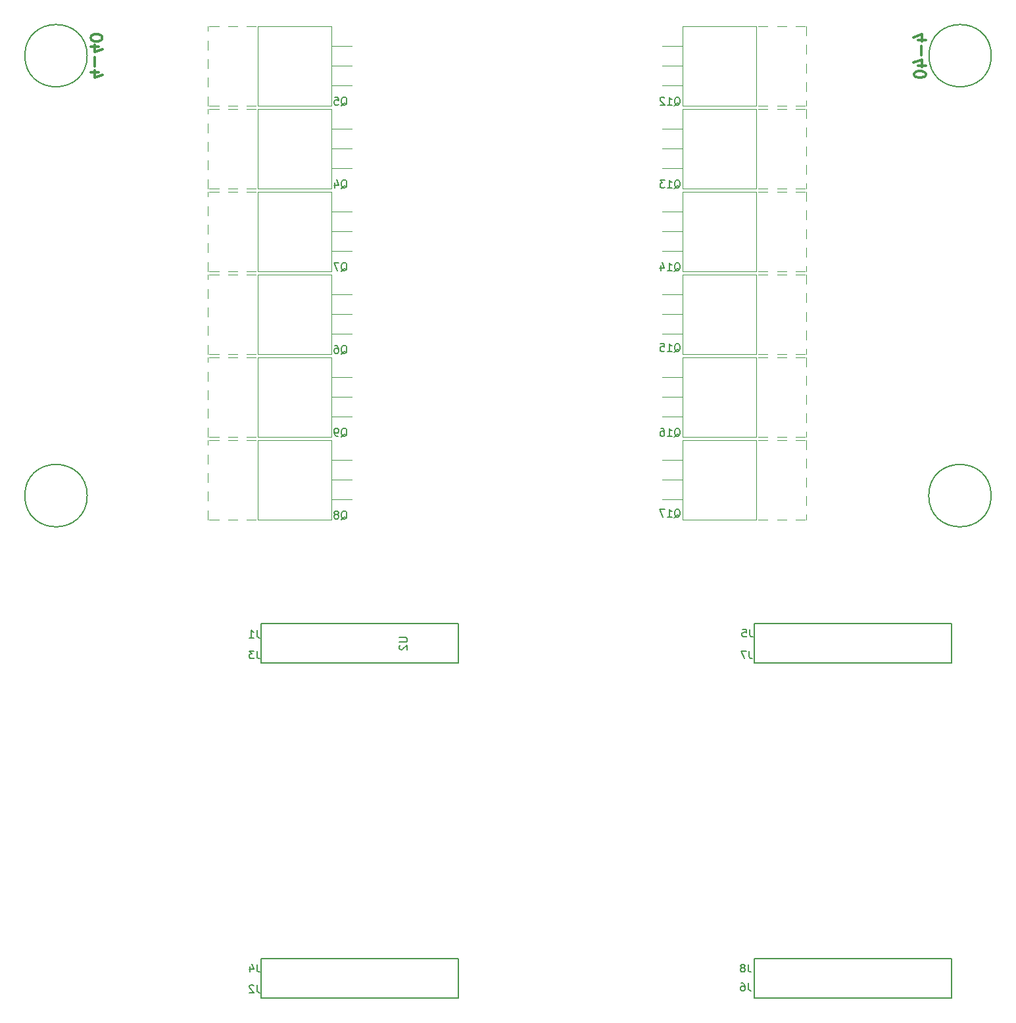
<source format=gbr>
G04 #@! TF.GenerationSoftware,KiCad,Pcbnew,(5.0.0)*
G04 #@! TF.CreationDate,2018-12-17T21:11:44-06:00*
G04 #@! TF.ProjectId,MotorController_Hardware,4D6F746F72436F6E74726F6C6C65725F,rev?*
G04 #@! TF.SameCoordinates,Original*
G04 #@! TF.FileFunction,Legend,Bot*
G04 #@! TF.FilePolarity,Positive*
%FSLAX46Y46*%
G04 Gerber Fmt 4.6, Leading zero omitted, Abs format (unit mm)*
G04 Created by KiCad (PCBNEW (5.0.0)) date 12/17/18 21:11:44*
%MOMM*%
%LPD*%
G01*
G04 APERTURE LIST*
%ADD10C,0.300000*%
%ADD11C,0.150000*%
%ADD12C,0.120000*%
G04 APERTURE END LIST*
D10*
X60011428Y36282571D02*
X59011428Y36282571D01*
X60582857Y35925428D02*
X59511428Y35568285D01*
X59511428Y36496857D01*
X59582857Y37068285D02*
X59582857Y38211142D01*
X60011428Y39568285D02*
X59011428Y39568285D01*
X60582857Y39211142D02*
X59511428Y38854000D01*
X59511428Y39782571D01*
X60511428Y40639714D02*
X60511428Y40782571D01*
X60440000Y40925428D01*
X60368571Y40996857D01*
X60225714Y41068285D01*
X59940000Y41139714D01*
X59582857Y41139714D01*
X59297142Y41068285D01*
X59154285Y40996857D01*
X59082857Y40925428D01*
X59011428Y40782571D01*
X59011428Y40639714D01*
X59082857Y40496857D01*
X59154285Y40425428D01*
X59297142Y40354000D01*
X59582857Y40282571D01*
X59940000Y40282571D01*
X60225714Y40354000D01*
X60368571Y40425428D01*
X60440000Y40496857D01*
X60511428Y40639714D01*
X165540571Y40425428D02*
X166540571Y40425428D01*
X164969142Y40782571D02*
X166040571Y41139714D01*
X166040571Y40211142D01*
X165969142Y39639714D02*
X165969142Y38496857D01*
X165540571Y37139714D02*
X166540571Y37139714D01*
X164969142Y37496857D02*
X166040571Y37854000D01*
X166040571Y36925428D01*
X165040571Y36068285D02*
X165040571Y35925428D01*
X165112000Y35782571D01*
X165183428Y35711142D01*
X165326285Y35639714D01*
X165612000Y35568285D01*
X165969142Y35568285D01*
X166254857Y35639714D01*
X166397714Y35711142D01*
X166469142Y35782571D01*
X166540571Y35925428D01*
X166540571Y36068285D01*
X166469142Y36211142D01*
X166397714Y36282571D01*
X166254857Y36354000D01*
X165969142Y36425428D01*
X165612000Y36425428D01*
X165326285Y36354000D01*
X165183428Y36282571D01*
X165112000Y36211142D01*
X165040571Y36068285D01*
D11*
G04 #@! TO.C,REF\002A\002A*
X58577483Y-18288000D02*
G75*
G03X58577483Y-18288000I-4018283J0D01*
G01*
G04 #@! TO.C,U3*
X106400600Y-83032600D02*
X106400600Y-77952600D01*
X81000600Y-83032600D02*
X106400600Y-83032600D01*
X81000600Y-77952600D02*
X81000600Y-83032600D01*
X106400600Y-34772600D02*
X81000600Y-34772600D01*
X106400600Y-39852600D02*
X106400600Y-34772600D01*
X81000600Y-34772600D02*
X81000600Y-39852600D01*
X106400600Y-77952600D02*
X81000600Y-77952600D01*
X81000600Y-39852600D02*
X106400600Y-39852600D01*
X169900600Y-77952600D02*
X144500600Y-77952600D01*
X169900600Y-83032600D02*
X169900600Y-77952600D01*
X144500600Y-83032600D02*
X169900600Y-83032600D01*
X144500600Y-77952600D02*
X144500600Y-83032600D01*
X169900600Y-34772600D02*
X144500600Y-34772600D01*
X169900600Y-39852600D02*
X169900600Y-34772600D01*
X144500600Y-39852600D02*
X169900600Y-39852600D01*
X144500600Y-34772600D02*
X144500600Y-39852600D01*
G04 #@! TO.C,REF\002A\002A*
X58572400Y38404800D02*
G75*
G03X58572400Y38404800I-4013200J0D01*
G01*
D12*
G04 #@! TO.C,Q6*
X92660000Y7620000D02*
X90036000Y7620000D01*
X92660000Y5080000D02*
X90036000Y5080000D01*
X92676000Y2540000D02*
X90036000Y2540000D01*
X75506000Y10200000D02*
X74306000Y10200000D01*
X77906000Y10200000D02*
X76706000Y10200000D01*
X80306000Y10200000D02*
X79106000Y10200000D01*
X75506000Y-40000D02*
X74306000Y-40000D01*
X77906000Y-40000D02*
X76706000Y-40000D01*
X80306000Y-40000D02*
X79106000Y-40000D01*
X74146000Y9560000D02*
X74146000Y10200000D01*
X74146000Y7160000D02*
X74146000Y8360000D01*
X74146000Y4760000D02*
X74146000Y5960000D01*
X74146000Y2359000D02*
X74146000Y3560000D01*
X74146000Y-40000D02*
X74146000Y1160000D01*
X90036000Y10200000D02*
X80546000Y10200000D01*
X90036000Y-40000D02*
X80546000Y-40000D01*
X80546000Y-40000D02*
X80546000Y10200000D01*
X90036000Y-40000D02*
X90036000Y10200000D01*
G04 #@! TO.C,Q14*
X135262000Y20868000D02*
X135262000Y10628000D01*
X144752000Y20868000D02*
X144752000Y10628000D01*
X135262000Y20868000D02*
X144752000Y20868000D01*
X135262000Y10628000D02*
X144752000Y10628000D01*
X151152000Y20868000D02*
X151152000Y19668000D01*
X151152000Y18469000D02*
X151152000Y17268000D01*
X151152000Y16068000D02*
X151152000Y14868000D01*
X151152000Y13668000D02*
X151152000Y12468000D01*
X151152000Y11268000D02*
X151152000Y10628000D01*
X144992000Y20868000D02*
X146192000Y20868000D01*
X147392000Y20868000D02*
X148592000Y20868000D01*
X149792000Y20868000D02*
X150992000Y20868000D01*
X144992000Y10628000D02*
X146192000Y10628000D01*
X147392000Y10628000D02*
X148592000Y10628000D01*
X149792000Y10628000D02*
X150992000Y10628000D01*
X132622000Y18288000D02*
X135262000Y18288000D01*
X132638000Y15748000D02*
X135262000Y15748000D01*
X132638000Y13208000D02*
X135262000Y13208000D01*
G04 #@! TO.C,Q7*
X90036000Y10628000D02*
X90036000Y20868000D01*
X80546000Y10628000D02*
X80546000Y20868000D01*
X90036000Y10628000D02*
X80546000Y10628000D01*
X90036000Y20868000D02*
X80546000Y20868000D01*
X74146000Y10628000D02*
X74146000Y11828000D01*
X74146000Y13027000D02*
X74146000Y14228000D01*
X74146000Y15428000D02*
X74146000Y16628000D01*
X74146000Y17828000D02*
X74146000Y19028000D01*
X74146000Y20228000D02*
X74146000Y20868000D01*
X80306000Y10628000D02*
X79106000Y10628000D01*
X77906000Y10628000D02*
X76706000Y10628000D01*
X75506000Y10628000D02*
X74306000Y10628000D01*
X80306000Y20868000D02*
X79106000Y20868000D01*
X77906000Y20868000D02*
X76706000Y20868000D01*
X75506000Y20868000D02*
X74306000Y20868000D01*
X92676000Y13208000D02*
X90036000Y13208000D01*
X92660000Y15748000D02*
X90036000Y15748000D01*
X92660000Y18288000D02*
X90036000Y18288000D01*
G04 #@! TO.C,Q8*
X92660000Y-13716000D02*
X90036000Y-13716000D01*
X92660000Y-16256000D02*
X90036000Y-16256000D01*
X92676000Y-18796000D02*
X90036000Y-18796000D01*
X75506000Y-11136000D02*
X74306000Y-11136000D01*
X77906000Y-11136000D02*
X76706000Y-11136000D01*
X80306000Y-11136000D02*
X79106000Y-11136000D01*
X75506000Y-21376000D02*
X74306000Y-21376000D01*
X77906000Y-21376000D02*
X76706000Y-21376000D01*
X80306000Y-21376000D02*
X79106000Y-21376000D01*
X74146000Y-11776000D02*
X74146000Y-11136000D01*
X74146000Y-14176000D02*
X74146000Y-12976000D01*
X74146000Y-16576000D02*
X74146000Y-15376000D01*
X74146000Y-18977000D02*
X74146000Y-17776000D01*
X74146000Y-21376000D02*
X74146000Y-20176000D01*
X90036000Y-11136000D02*
X80546000Y-11136000D01*
X90036000Y-21376000D02*
X80546000Y-21376000D01*
X80546000Y-21376000D02*
X80546000Y-11136000D01*
X90036000Y-21376000D02*
X90036000Y-11136000D01*
G04 #@! TO.C,Q12*
X132638000Y34544000D02*
X135262000Y34544000D01*
X132638000Y37084000D02*
X135262000Y37084000D01*
X132622000Y39624000D02*
X135262000Y39624000D01*
X149792000Y31964000D02*
X150992000Y31964000D01*
X147392000Y31964000D02*
X148592000Y31964000D01*
X144992000Y31964000D02*
X146192000Y31964000D01*
X149792000Y42204000D02*
X150992000Y42204000D01*
X147392000Y42204000D02*
X148592000Y42204000D01*
X144992000Y42204000D02*
X146192000Y42204000D01*
X151152000Y32604000D02*
X151152000Y31964000D01*
X151152000Y35004000D02*
X151152000Y33804000D01*
X151152000Y37404000D02*
X151152000Y36204000D01*
X151152000Y39805000D02*
X151152000Y38604000D01*
X151152000Y42204000D02*
X151152000Y41004000D01*
X135262000Y31964000D02*
X144752000Y31964000D01*
X135262000Y42204000D02*
X144752000Y42204000D01*
X144752000Y42204000D02*
X144752000Y31964000D01*
X135262000Y42204000D02*
X135262000Y31964000D01*
G04 #@! TO.C,Q9*
X90036000Y-10708000D02*
X90036000Y-468000D01*
X80546000Y-10708000D02*
X80546000Y-468000D01*
X90036000Y-10708000D02*
X80546000Y-10708000D01*
X90036000Y-468000D02*
X80546000Y-468000D01*
X74146000Y-10708000D02*
X74146000Y-9508000D01*
X74146000Y-8309000D02*
X74146000Y-7108000D01*
X74146000Y-5908000D02*
X74146000Y-4708000D01*
X74146000Y-3508000D02*
X74146000Y-2308000D01*
X74146000Y-1108000D02*
X74146000Y-468000D01*
X80306000Y-10708000D02*
X79106000Y-10708000D01*
X77906000Y-10708000D02*
X76706000Y-10708000D01*
X75506000Y-10708000D02*
X74306000Y-10708000D01*
X80306000Y-468000D02*
X79106000Y-468000D01*
X77906000Y-468000D02*
X76706000Y-468000D01*
X75506000Y-468000D02*
X74306000Y-468000D01*
X92676000Y-8128000D02*
X90036000Y-8128000D01*
X92660000Y-5588000D02*
X90036000Y-5588000D01*
X92660000Y-3048000D02*
X90036000Y-3048000D01*
G04 #@! TO.C,Q5*
X92660000Y39624000D02*
X90036000Y39624000D01*
X92660000Y37084000D02*
X90036000Y37084000D01*
X92676000Y34544000D02*
X90036000Y34544000D01*
X75506000Y42204000D02*
X74306000Y42204000D01*
X77906000Y42204000D02*
X76706000Y42204000D01*
X80306000Y42204000D02*
X79106000Y42204000D01*
X75506000Y31964000D02*
X74306000Y31964000D01*
X77906000Y31964000D02*
X76706000Y31964000D01*
X80306000Y31964000D02*
X79106000Y31964000D01*
X74146000Y41564000D02*
X74146000Y42204000D01*
X74146000Y39164000D02*
X74146000Y40364000D01*
X74146000Y36764000D02*
X74146000Y37964000D01*
X74146000Y34363000D02*
X74146000Y35564000D01*
X74146000Y31964000D02*
X74146000Y33164000D01*
X90036000Y42204000D02*
X80546000Y42204000D01*
X90036000Y31964000D02*
X80546000Y31964000D01*
X80546000Y31964000D02*
X80546000Y42204000D01*
X90036000Y31964000D02*
X90036000Y42204000D01*
G04 #@! TO.C,Q4*
X90036000Y21296000D02*
X90036000Y31536000D01*
X80546000Y21296000D02*
X80546000Y31536000D01*
X90036000Y21296000D02*
X80546000Y21296000D01*
X90036000Y31536000D02*
X80546000Y31536000D01*
X74146000Y21296000D02*
X74146000Y22496000D01*
X74146000Y23695000D02*
X74146000Y24896000D01*
X74146000Y26096000D02*
X74146000Y27296000D01*
X74146000Y28496000D02*
X74146000Y29696000D01*
X74146000Y30896000D02*
X74146000Y31536000D01*
X80306000Y21296000D02*
X79106000Y21296000D01*
X77906000Y21296000D02*
X76706000Y21296000D01*
X75506000Y21296000D02*
X74306000Y21296000D01*
X80306000Y31536000D02*
X79106000Y31536000D01*
X77906000Y31536000D02*
X76706000Y31536000D01*
X75506000Y31536000D02*
X74306000Y31536000D01*
X92676000Y23876000D02*
X90036000Y23876000D01*
X92660000Y26416000D02*
X90036000Y26416000D01*
X92660000Y28956000D02*
X90036000Y28956000D01*
G04 #@! TO.C,Q13*
X132638000Y23876000D02*
X135262000Y23876000D01*
X132638000Y26416000D02*
X135262000Y26416000D01*
X132622000Y28956000D02*
X135262000Y28956000D01*
X149792000Y21296000D02*
X150992000Y21296000D01*
X147392000Y21296000D02*
X148592000Y21296000D01*
X144992000Y21296000D02*
X146192000Y21296000D01*
X149792000Y31536000D02*
X150992000Y31536000D01*
X147392000Y31536000D02*
X148592000Y31536000D01*
X144992000Y31536000D02*
X146192000Y31536000D01*
X151152000Y21936000D02*
X151152000Y21296000D01*
X151152000Y24336000D02*
X151152000Y23136000D01*
X151152000Y26736000D02*
X151152000Y25536000D01*
X151152000Y29137000D02*
X151152000Y27936000D01*
X151152000Y31536000D02*
X151152000Y30336000D01*
X135262000Y21296000D02*
X144752000Y21296000D01*
X135262000Y31536000D02*
X144752000Y31536000D01*
X144752000Y31536000D02*
X144752000Y21296000D01*
X135262000Y31536000D02*
X135262000Y21296000D01*
G04 #@! TO.C,Q15*
X135262000Y10200000D02*
X135262000Y-40000D01*
X144752000Y10200000D02*
X144752000Y-40000D01*
X135262000Y10200000D02*
X144752000Y10200000D01*
X135262000Y-40000D02*
X144752000Y-40000D01*
X151152000Y10200000D02*
X151152000Y9000000D01*
X151152000Y7801000D02*
X151152000Y6600000D01*
X151152000Y5400000D02*
X151152000Y4200000D01*
X151152000Y3000000D02*
X151152000Y1800000D01*
X151152000Y600000D02*
X151152000Y-40000D01*
X144992000Y10200000D02*
X146192000Y10200000D01*
X147392000Y10200000D02*
X148592000Y10200000D01*
X149792000Y10200000D02*
X150992000Y10200000D01*
X144992000Y-40000D02*
X146192000Y-40000D01*
X147392000Y-40000D02*
X148592000Y-40000D01*
X149792000Y-40000D02*
X150992000Y-40000D01*
X132622000Y7620000D02*
X135262000Y7620000D01*
X132638000Y5080000D02*
X135262000Y5080000D01*
X132638000Y2540000D02*
X135262000Y2540000D01*
G04 #@! TO.C,Q16*
X132638000Y-8128000D02*
X135262000Y-8128000D01*
X132638000Y-5588000D02*
X135262000Y-5588000D01*
X132622000Y-3048000D02*
X135262000Y-3048000D01*
X149792000Y-10708000D02*
X150992000Y-10708000D01*
X147392000Y-10708000D02*
X148592000Y-10708000D01*
X144992000Y-10708000D02*
X146192000Y-10708000D01*
X149792000Y-468000D02*
X150992000Y-468000D01*
X147392000Y-468000D02*
X148592000Y-468000D01*
X144992000Y-468000D02*
X146192000Y-468000D01*
X151152000Y-10068000D02*
X151152000Y-10708000D01*
X151152000Y-7668000D02*
X151152000Y-8868000D01*
X151152000Y-5268000D02*
X151152000Y-6468000D01*
X151152000Y-2867000D02*
X151152000Y-4068000D01*
X151152000Y-468000D02*
X151152000Y-1668000D01*
X135262000Y-10708000D02*
X144752000Y-10708000D01*
X135262000Y-468000D02*
X144752000Y-468000D01*
X144752000Y-468000D02*
X144752000Y-10708000D01*
X135262000Y-468000D02*
X135262000Y-10708000D01*
G04 #@! TO.C,Q17*
X135262000Y-11136000D02*
X135262000Y-21376000D01*
X144752000Y-11136000D02*
X144752000Y-21376000D01*
X135262000Y-11136000D02*
X144752000Y-11136000D01*
X135262000Y-21376000D02*
X144752000Y-21376000D01*
X151152000Y-11136000D02*
X151152000Y-12336000D01*
X151152000Y-13535000D02*
X151152000Y-14736000D01*
X151152000Y-15936000D02*
X151152000Y-17136000D01*
X151152000Y-18336000D02*
X151152000Y-19536000D01*
X151152000Y-20736000D02*
X151152000Y-21376000D01*
X144992000Y-11136000D02*
X146192000Y-11136000D01*
X147392000Y-11136000D02*
X148592000Y-11136000D01*
X149792000Y-11136000D02*
X150992000Y-11136000D01*
X144992000Y-21376000D02*
X146192000Y-21376000D01*
X147392000Y-21376000D02*
X148592000Y-21376000D01*
X149792000Y-21376000D02*
X150992000Y-21376000D01*
X132622000Y-13716000D02*
X135262000Y-13716000D01*
X132638000Y-16256000D02*
X135262000Y-16256000D01*
X132638000Y-18796000D02*
X135262000Y-18796000D01*
D11*
G04 #@! TO.C,REF\002A\002A*
X174980600Y38404800D02*
G75*
G03X174980600Y38404800I-4013200J0D01*
G01*
X174960283Y-18288000D02*
G75*
G03X174960283Y-18288000I-4018283J0D01*
G01*
G04 #@! TO.C,U3*
X80444933Y-35621980D02*
X80444933Y-36336266D01*
X80492552Y-36479123D01*
X80587790Y-36574361D01*
X80730647Y-36621980D01*
X80825885Y-36621980D01*
X79444933Y-36621980D02*
X80016361Y-36621980D01*
X79730647Y-36621980D02*
X79730647Y-35621980D01*
X79825885Y-35764838D01*
X79921123Y-35860076D01*
X80016361Y-35907695D01*
X80444933Y-38288980D02*
X80444933Y-39003266D01*
X80492552Y-39146123D01*
X80587790Y-39241361D01*
X80730647Y-39288980D01*
X80825885Y-39288980D01*
X80063980Y-38288980D02*
X79444933Y-38288980D01*
X79778266Y-38669933D01*
X79635409Y-38669933D01*
X79540171Y-38717552D01*
X79492552Y-38765171D01*
X79444933Y-38860409D01*
X79444933Y-39098504D01*
X79492552Y-39193742D01*
X79540171Y-39241361D01*
X79635409Y-39288980D01*
X79921123Y-39288980D01*
X80016361Y-39241361D01*
X80063980Y-39193742D01*
X143894133Y-35494980D02*
X143894133Y-36209266D01*
X143941752Y-36352123D01*
X144036990Y-36447361D01*
X144179847Y-36494980D01*
X144275085Y-36494980D01*
X142941752Y-35494980D02*
X143417942Y-35494980D01*
X143465561Y-35971171D01*
X143417942Y-35923552D01*
X143322704Y-35875933D01*
X143084609Y-35875933D01*
X142989371Y-35923552D01*
X142941752Y-35971171D01*
X142894133Y-36066409D01*
X142894133Y-36304504D01*
X142941752Y-36399742D01*
X142989371Y-36447361D01*
X143084609Y-36494980D01*
X143322704Y-36494980D01*
X143417942Y-36447361D01*
X143465561Y-36399742D01*
X143817933Y-38288980D02*
X143817933Y-39003266D01*
X143865552Y-39146123D01*
X143960790Y-39241361D01*
X144103647Y-39288980D01*
X144198885Y-39288980D01*
X143436980Y-38288980D02*
X142770314Y-38288980D01*
X143198885Y-39288980D01*
X80444933Y-81341980D02*
X80444933Y-82056266D01*
X80492552Y-82199123D01*
X80587790Y-82294361D01*
X80730647Y-82341980D01*
X80825885Y-82341980D01*
X80016361Y-81437219D02*
X79968742Y-81389600D01*
X79873504Y-81341980D01*
X79635409Y-81341980D01*
X79540171Y-81389600D01*
X79492552Y-81437219D01*
X79444933Y-81532457D01*
X79444933Y-81627695D01*
X79492552Y-81770552D01*
X80063980Y-82341980D01*
X79444933Y-82341980D01*
X80444933Y-78674980D02*
X80444933Y-79389266D01*
X80492552Y-79532123D01*
X80587790Y-79627361D01*
X80730647Y-79674980D01*
X80825885Y-79674980D01*
X79540171Y-79008314D02*
X79540171Y-79674980D01*
X79778266Y-78627361D02*
X80016361Y-79341647D01*
X79397314Y-79341647D01*
X143690933Y-81087980D02*
X143690933Y-81802266D01*
X143738552Y-81945123D01*
X143833790Y-82040361D01*
X143976647Y-82087980D01*
X144071885Y-82087980D01*
X142786171Y-81087980D02*
X142976647Y-81087980D01*
X143071885Y-81135600D01*
X143119504Y-81183219D01*
X143214742Y-81326076D01*
X143262361Y-81516552D01*
X143262361Y-81897504D01*
X143214742Y-81992742D01*
X143167123Y-82040361D01*
X143071885Y-82087980D01*
X142881409Y-82087980D01*
X142786171Y-82040361D01*
X142738552Y-81992742D01*
X142690933Y-81897504D01*
X142690933Y-81659409D01*
X142738552Y-81564171D01*
X142786171Y-81516552D01*
X142881409Y-81468933D01*
X143071885Y-81468933D01*
X143167123Y-81516552D01*
X143214742Y-81564171D01*
X143262361Y-81659409D01*
X143690933Y-78674980D02*
X143690933Y-79389266D01*
X143738552Y-79532123D01*
X143833790Y-79627361D01*
X143976647Y-79674980D01*
X144071885Y-79674980D01*
X143071885Y-79103552D02*
X143167123Y-79055933D01*
X143214742Y-79008314D01*
X143262361Y-78913076D01*
X143262361Y-78865457D01*
X143214742Y-78770219D01*
X143167123Y-78722600D01*
X143071885Y-78674980D01*
X142881409Y-78674980D01*
X142786171Y-78722600D01*
X142738552Y-78770219D01*
X142690933Y-78865457D01*
X142690933Y-78913076D01*
X142738552Y-79008314D01*
X142786171Y-79055933D01*
X142881409Y-79103552D01*
X143071885Y-79103552D01*
X143167123Y-79151171D01*
X143214742Y-79198790D01*
X143262361Y-79294028D01*
X143262361Y-79484504D01*
X143214742Y-79579742D01*
X143167123Y-79627361D01*
X143071885Y-79674980D01*
X142881409Y-79674980D01*
X142786171Y-79627361D01*
X142738552Y-79579742D01*
X142690933Y-79484504D01*
X142690933Y-79294028D01*
X142738552Y-79198790D01*
X142786171Y-79151171D01*
X142881409Y-79103552D01*
G04 #@! TO.C,Q6*
X91281238Y-39619D02*
X91376476Y8000D01*
X91471714Y103238D01*
X91614571Y246095D01*
X91709809Y293714D01*
X91805047Y293714D01*
X91757428Y55619D02*
X91852666Y103238D01*
X91947904Y198476D01*
X91995523Y388952D01*
X91995523Y722285D01*
X91947904Y912761D01*
X91852666Y1008000D01*
X91757428Y1055619D01*
X91566952Y1055619D01*
X91471714Y1008000D01*
X91376476Y912761D01*
X91328857Y722285D01*
X91328857Y388952D01*
X91376476Y198476D01*
X91471714Y103238D01*
X91566952Y55619D01*
X91757428Y55619D01*
X90471714Y1055619D02*
X90662190Y1055619D01*
X90757428Y1008000D01*
X90805047Y960380D01*
X90900285Y817523D01*
X90947904Y627047D01*
X90947904Y246095D01*
X90900285Y150857D01*
X90852666Y103238D01*
X90757428Y55619D01*
X90566952Y55619D01*
X90471714Y103238D01*
X90424095Y150857D01*
X90376476Y246095D01*
X90376476Y484190D01*
X90424095Y579428D01*
X90471714Y627047D01*
X90566952Y674666D01*
X90757428Y674666D01*
X90852666Y627047D01*
X90900285Y579428D01*
X90947904Y484190D01*
G04 #@! TO.C,Q14*
X134175428Y10628380D02*
X134270666Y10676000D01*
X134365904Y10771238D01*
X134508761Y10914095D01*
X134604000Y10961714D01*
X134699238Y10961714D01*
X134651619Y10723619D02*
X134746857Y10771238D01*
X134842095Y10866476D01*
X134889714Y11056952D01*
X134889714Y11390285D01*
X134842095Y11580761D01*
X134746857Y11676000D01*
X134651619Y11723619D01*
X134461142Y11723619D01*
X134365904Y11676000D01*
X134270666Y11580761D01*
X134223047Y11390285D01*
X134223047Y11056952D01*
X134270666Y10866476D01*
X134365904Y10771238D01*
X134461142Y10723619D01*
X134651619Y10723619D01*
X133270666Y10723619D02*
X133842095Y10723619D01*
X133556380Y10723619D02*
X133556380Y11723619D01*
X133651619Y11580761D01*
X133746857Y11485523D01*
X133842095Y11437904D01*
X132413523Y11390285D02*
X132413523Y10723619D01*
X132651619Y11771238D02*
X132889714Y11056952D01*
X132270666Y11056952D01*
G04 #@! TO.C,Q7*
X91281238Y10628380D02*
X91376476Y10676000D01*
X91471714Y10771238D01*
X91614571Y10914095D01*
X91709809Y10961714D01*
X91805047Y10961714D01*
X91757428Y10723619D02*
X91852666Y10771238D01*
X91947904Y10866476D01*
X91995523Y11056952D01*
X91995523Y11390285D01*
X91947904Y11580761D01*
X91852666Y11676000D01*
X91757428Y11723619D01*
X91566952Y11723619D01*
X91471714Y11676000D01*
X91376476Y11580761D01*
X91328857Y11390285D01*
X91328857Y11056952D01*
X91376476Y10866476D01*
X91471714Y10771238D01*
X91566952Y10723619D01*
X91757428Y10723619D01*
X90995523Y11723619D02*
X90328857Y11723619D01*
X90757428Y10723619D01*
G04 #@! TO.C,Q8*
X91281238Y-21375619D02*
X91376476Y-21328000D01*
X91471714Y-21232761D01*
X91614571Y-21089904D01*
X91709809Y-21042285D01*
X91805047Y-21042285D01*
X91757428Y-21280380D02*
X91852666Y-21232761D01*
X91947904Y-21137523D01*
X91995523Y-20947047D01*
X91995523Y-20613714D01*
X91947904Y-20423238D01*
X91852666Y-20328000D01*
X91757428Y-20280380D01*
X91566952Y-20280380D01*
X91471714Y-20328000D01*
X91376476Y-20423238D01*
X91328857Y-20613714D01*
X91328857Y-20947047D01*
X91376476Y-21137523D01*
X91471714Y-21232761D01*
X91566952Y-21280380D01*
X91757428Y-21280380D01*
X90757428Y-20708952D02*
X90852666Y-20661333D01*
X90900285Y-20613714D01*
X90947904Y-20518476D01*
X90947904Y-20470857D01*
X90900285Y-20375619D01*
X90852666Y-20328000D01*
X90757428Y-20280380D01*
X90566952Y-20280380D01*
X90471714Y-20328000D01*
X90424095Y-20375619D01*
X90376476Y-20470857D01*
X90376476Y-20518476D01*
X90424095Y-20613714D01*
X90471714Y-20661333D01*
X90566952Y-20708952D01*
X90757428Y-20708952D01*
X90852666Y-20756571D01*
X90900285Y-20804190D01*
X90947904Y-20899428D01*
X90947904Y-21089904D01*
X90900285Y-21185142D01*
X90852666Y-21232761D01*
X90757428Y-21280380D01*
X90566952Y-21280380D01*
X90471714Y-21232761D01*
X90424095Y-21185142D01*
X90376476Y-21089904D01*
X90376476Y-20899428D01*
X90424095Y-20804190D01*
X90471714Y-20756571D01*
X90566952Y-20708952D01*
G04 #@! TO.C,Q12*
X134175428Y31964380D02*
X134270666Y32012000D01*
X134365904Y32107238D01*
X134508761Y32250095D01*
X134604000Y32297714D01*
X134699238Y32297714D01*
X134651619Y32059619D02*
X134746857Y32107238D01*
X134842095Y32202476D01*
X134889714Y32392952D01*
X134889714Y32726285D01*
X134842095Y32916761D01*
X134746857Y33012000D01*
X134651619Y33059619D01*
X134461142Y33059619D01*
X134365904Y33012000D01*
X134270666Y32916761D01*
X134223047Y32726285D01*
X134223047Y32392952D01*
X134270666Y32202476D01*
X134365904Y32107238D01*
X134461142Y32059619D01*
X134651619Y32059619D01*
X133270666Y32059619D02*
X133842095Y32059619D01*
X133556380Y32059619D02*
X133556380Y33059619D01*
X133651619Y32916761D01*
X133746857Y32821523D01*
X133842095Y32773904D01*
X132889714Y32964380D02*
X132842095Y33012000D01*
X132746857Y33059619D01*
X132508761Y33059619D01*
X132413523Y33012000D01*
X132365904Y32964380D01*
X132318285Y32869142D01*
X132318285Y32773904D01*
X132365904Y32631047D01*
X132937333Y32059619D01*
X132318285Y32059619D01*
G04 #@! TO.C,Q9*
X91281238Y-10707619D02*
X91376476Y-10660000D01*
X91471714Y-10564761D01*
X91614571Y-10421904D01*
X91709809Y-10374285D01*
X91805047Y-10374285D01*
X91757428Y-10612380D02*
X91852666Y-10564761D01*
X91947904Y-10469523D01*
X91995523Y-10279047D01*
X91995523Y-9945714D01*
X91947904Y-9755238D01*
X91852666Y-9660000D01*
X91757428Y-9612380D01*
X91566952Y-9612380D01*
X91471714Y-9660000D01*
X91376476Y-9755238D01*
X91328857Y-9945714D01*
X91328857Y-10279047D01*
X91376476Y-10469523D01*
X91471714Y-10564761D01*
X91566952Y-10612380D01*
X91757428Y-10612380D01*
X90852666Y-10612380D02*
X90662190Y-10612380D01*
X90566952Y-10564761D01*
X90519333Y-10517142D01*
X90424095Y-10374285D01*
X90376476Y-10183809D01*
X90376476Y-9802857D01*
X90424095Y-9707619D01*
X90471714Y-9660000D01*
X90566952Y-9612380D01*
X90757428Y-9612380D01*
X90852666Y-9660000D01*
X90900285Y-9707619D01*
X90947904Y-9802857D01*
X90947904Y-10040952D01*
X90900285Y-10136190D01*
X90852666Y-10183809D01*
X90757428Y-10231428D01*
X90566952Y-10231428D01*
X90471714Y-10183809D01*
X90424095Y-10136190D01*
X90376476Y-10040952D01*
G04 #@! TO.C,Q5*
X91281238Y31964380D02*
X91376476Y32012000D01*
X91471714Y32107238D01*
X91614571Y32250095D01*
X91709809Y32297714D01*
X91805047Y32297714D01*
X91757428Y32059619D02*
X91852666Y32107238D01*
X91947904Y32202476D01*
X91995523Y32392952D01*
X91995523Y32726285D01*
X91947904Y32916761D01*
X91852666Y33012000D01*
X91757428Y33059619D01*
X91566952Y33059619D01*
X91471714Y33012000D01*
X91376476Y32916761D01*
X91328857Y32726285D01*
X91328857Y32392952D01*
X91376476Y32202476D01*
X91471714Y32107238D01*
X91566952Y32059619D01*
X91757428Y32059619D01*
X90424095Y33059619D02*
X90900285Y33059619D01*
X90947904Y32583428D01*
X90900285Y32631047D01*
X90805047Y32678666D01*
X90566952Y32678666D01*
X90471714Y32631047D01*
X90424095Y32583428D01*
X90376476Y32488190D01*
X90376476Y32250095D01*
X90424095Y32154857D01*
X90471714Y32107238D01*
X90566952Y32059619D01*
X90805047Y32059619D01*
X90900285Y32107238D01*
X90947904Y32154857D01*
G04 #@! TO.C,Q4*
X91281238Y21296380D02*
X91376476Y21344000D01*
X91471714Y21439238D01*
X91614571Y21582095D01*
X91709809Y21629714D01*
X91805047Y21629714D01*
X91757428Y21391619D02*
X91852666Y21439238D01*
X91947904Y21534476D01*
X91995523Y21724952D01*
X91995523Y22058285D01*
X91947904Y22248761D01*
X91852666Y22344000D01*
X91757428Y22391619D01*
X91566952Y22391619D01*
X91471714Y22344000D01*
X91376476Y22248761D01*
X91328857Y22058285D01*
X91328857Y21724952D01*
X91376476Y21534476D01*
X91471714Y21439238D01*
X91566952Y21391619D01*
X91757428Y21391619D01*
X90471714Y22058285D02*
X90471714Y21391619D01*
X90709809Y22439238D02*
X90947904Y21724952D01*
X90328857Y21724952D01*
G04 #@! TO.C,Q13*
X134175428Y21296380D02*
X134270666Y21344000D01*
X134365904Y21439238D01*
X134508761Y21582095D01*
X134604000Y21629714D01*
X134699238Y21629714D01*
X134651619Y21391619D02*
X134746857Y21439238D01*
X134842095Y21534476D01*
X134889714Y21724952D01*
X134889714Y22058285D01*
X134842095Y22248761D01*
X134746857Y22344000D01*
X134651619Y22391619D01*
X134461142Y22391619D01*
X134365904Y22344000D01*
X134270666Y22248761D01*
X134223047Y22058285D01*
X134223047Y21724952D01*
X134270666Y21534476D01*
X134365904Y21439238D01*
X134461142Y21391619D01*
X134651619Y21391619D01*
X133270666Y21391619D02*
X133842095Y21391619D01*
X133556380Y21391619D02*
X133556380Y22391619D01*
X133651619Y22248761D01*
X133746857Y22153523D01*
X133842095Y22105904D01*
X132937333Y22391619D02*
X132318285Y22391619D01*
X132651619Y22010666D01*
X132508761Y22010666D01*
X132413523Y21963047D01*
X132365904Y21915428D01*
X132318285Y21820190D01*
X132318285Y21582095D01*
X132365904Y21486857D01*
X132413523Y21439238D01*
X132508761Y21391619D01*
X132794476Y21391619D01*
X132889714Y21439238D01*
X132937333Y21486857D01*
G04 #@! TO.C,Q15*
X134175428Y214380D02*
X134270666Y262000D01*
X134365904Y357238D01*
X134508761Y500095D01*
X134604000Y547714D01*
X134699238Y547714D01*
X134651619Y309619D02*
X134746857Y357238D01*
X134842095Y452476D01*
X134889714Y642952D01*
X134889714Y976285D01*
X134842095Y1166761D01*
X134746857Y1262000D01*
X134651619Y1309619D01*
X134461142Y1309619D01*
X134365904Y1262000D01*
X134270666Y1166761D01*
X134223047Y976285D01*
X134223047Y642952D01*
X134270666Y452476D01*
X134365904Y357238D01*
X134461142Y309619D01*
X134651619Y309619D01*
X133270666Y309619D02*
X133842095Y309619D01*
X133556380Y309619D02*
X133556380Y1309619D01*
X133651619Y1166761D01*
X133746857Y1071523D01*
X133842095Y1023904D01*
X132365904Y1309619D02*
X132842095Y1309619D01*
X132889714Y833428D01*
X132842095Y881047D01*
X132746857Y928666D01*
X132508761Y928666D01*
X132413523Y881047D01*
X132365904Y833428D01*
X132318285Y738190D01*
X132318285Y500095D01*
X132365904Y404857D01*
X132413523Y357238D01*
X132508761Y309619D01*
X132746857Y309619D01*
X132842095Y357238D01*
X132889714Y404857D01*
G04 #@! TO.C,Q16*
X134175428Y-10707619D02*
X134270666Y-10660000D01*
X134365904Y-10564761D01*
X134508761Y-10421904D01*
X134604000Y-10374285D01*
X134699238Y-10374285D01*
X134651619Y-10612380D02*
X134746857Y-10564761D01*
X134842095Y-10469523D01*
X134889714Y-10279047D01*
X134889714Y-9945714D01*
X134842095Y-9755238D01*
X134746857Y-9660000D01*
X134651619Y-9612380D01*
X134461142Y-9612380D01*
X134365904Y-9660000D01*
X134270666Y-9755238D01*
X134223047Y-9945714D01*
X134223047Y-10279047D01*
X134270666Y-10469523D01*
X134365904Y-10564761D01*
X134461142Y-10612380D01*
X134651619Y-10612380D01*
X133270666Y-10612380D02*
X133842095Y-10612380D01*
X133556380Y-10612380D02*
X133556380Y-9612380D01*
X133651619Y-9755238D01*
X133746857Y-9850476D01*
X133842095Y-9898095D01*
X132413523Y-9612380D02*
X132604000Y-9612380D01*
X132699238Y-9660000D01*
X132746857Y-9707619D01*
X132842095Y-9850476D01*
X132889714Y-10040952D01*
X132889714Y-10421904D01*
X132842095Y-10517142D01*
X132794476Y-10564761D01*
X132699238Y-10612380D01*
X132508761Y-10612380D01*
X132413523Y-10564761D01*
X132365904Y-10517142D01*
X132318285Y-10421904D01*
X132318285Y-10183809D01*
X132365904Y-10088571D01*
X132413523Y-10040952D01*
X132508761Y-9993333D01*
X132699238Y-9993333D01*
X132794476Y-10040952D01*
X132842095Y-10088571D01*
X132889714Y-10183809D01*
G04 #@! TO.C,Q17*
X134175428Y-21121619D02*
X134270666Y-21074000D01*
X134365904Y-20978761D01*
X134508761Y-20835904D01*
X134604000Y-20788285D01*
X134699238Y-20788285D01*
X134651619Y-21026380D02*
X134746857Y-20978761D01*
X134842095Y-20883523D01*
X134889714Y-20693047D01*
X134889714Y-20359714D01*
X134842095Y-20169238D01*
X134746857Y-20074000D01*
X134651619Y-20026380D01*
X134461142Y-20026380D01*
X134365904Y-20074000D01*
X134270666Y-20169238D01*
X134223047Y-20359714D01*
X134223047Y-20693047D01*
X134270666Y-20883523D01*
X134365904Y-20978761D01*
X134461142Y-21026380D01*
X134651619Y-21026380D01*
X133270666Y-21026380D02*
X133842095Y-21026380D01*
X133556380Y-21026380D02*
X133556380Y-20026380D01*
X133651619Y-20169238D01*
X133746857Y-20264476D01*
X133842095Y-20312095D01*
X132937333Y-20026380D02*
X132270666Y-20026380D01*
X132699238Y-21026380D01*
G04 #@! TO.C,U2*
X98766380Y-36576095D02*
X99575904Y-36576095D01*
X99671142Y-36623714D01*
X99718761Y-36671333D01*
X99766380Y-36766571D01*
X99766380Y-36957047D01*
X99718761Y-37052285D01*
X99671142Y-37099904D01*
X99575904Y-37147523D01*
X98766380Y-37147523D01*
X98861619Y-37576095D02*
X98814000Y-37623714D01*
X98766380Y-37718952D01*
X98766380Y-37957047D01*
X98814000Y-38052285D01*
X98861619Y-38099904D01*
X98956857Y-38147523D01*
X99052095Y-38147523D01*
X99194952Y-38099904D01*
X99766380Y-37528476D01*
X99766380Y-38147523D01*
G04 #@! TD*
M02*

</source>
